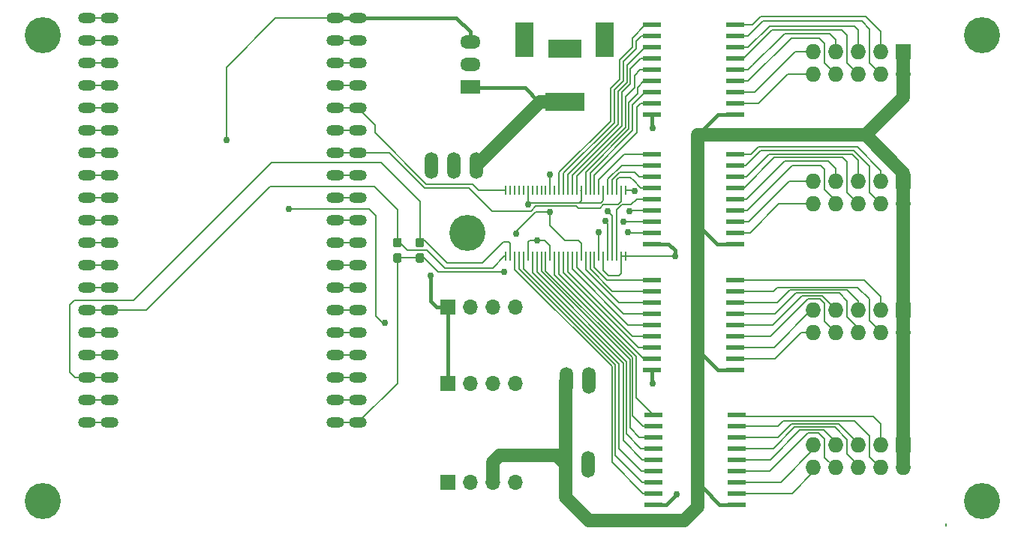
<source format=gtl>
G04 #@! TF.GenerationSoftware,KiCad,Pcbnew,(5.1.5)-3*
G04 #@! TF.CreationDate,2020-03-04T17:55:08-05:00*
G04 #@! TF.ProjectId,ufcs,75666373-2e6b-4696-9361-645f70636258,rev?*
G04 #@! TF.SameCoordinates,Original*
G04 #@! TF.FileFunction,Copper,L1,Top*
G04 #@! TF.FilePolarity,Positive*
%FSLAX46Y46*%
G04 Gerber Fmt 4.6, Leading zero omitted, Abs format (unit mm)*
G04 Created by KiCad (PCBNEW (5.1.5)-3) date 2020-03-04 17:55:08*
%MOMM*%
%LPD*%
G04 APERTURE LIST*
%ADD10R,4.400000X2.000000*%
%ADD11R,3.700000X2.000000*%
%ADD12R,2.000000X4.000000*%
%ADD13R,1.700000X1.700000*%
%ADD14O,1.700000X1.700000*%
%ADD15O,2.000000X1.200000*%
%ADD16O,1.510000X3.010000*%
%ADD17C,4.064000*%
%ADD18R,1.727200X1.727200*%
%ADD19O,1.727200X1.727200*%
%ADD20C,0.100000*%
%ADD21R,2.000000X0.600000*%
%ADD22R,0.285000X1.000000*%
%ADD23R,2.300000X1.500000*%
%ADD24O,2.300000X1.500000*%
%ADD25C,0.762000*%
%ADD26C,0.152400*%
%ADD27C,0.381000*%
%ADD28C,1.524000*%
G04 APERTURE END LIST*
D10*
X148971000Y-97630500D03*
D11*
X148971000Y-91630500D03*
D12*
X153471000Y-90630500D03*
X144471000Y-90630500D03*
D13*
X135763000Y-140652500D03*
D14*
X138303000Y-140652500D03*
X140843000Y-140652500D03*
X143383000Y-140652500D03*
X143383000Y-120840500D03*
X140843000Y-120840500D03*
X138303000Y-120840500D03*
D13*
X135763000Y-120840500D03*
D15*
X123063000Y-88201500D03*
X97613000Y-88201500D03*
X123063000Y-90741500D03*
X97613000Y-90741500D03*
X123063000Y-93281500D03*
X97613000Y-93281500D03*
X123063000Y-95821500D03*
X97613000Y-95821500D03*
X123063000Y-98361500D03*
X97613000Y-98361500D03*
X123063000Y-100901500D03*
X97613000Y-100901500D03*
X123063000Y-103441500D03*
X97613000Y-103441500D03*
X123063000Y-105981500D03*
X97613000Y-105981500D03*
X123063000Y-108521500D03*
X97613000Y-108521500D03*
X123063000Y-111061500D03*
X97613000Y-111061500D03*
X123063000Y-113601500D03*
X97613000Y-113601500D03*
X123063000Y-116141500D03*
X97613000Y-116141500D03*
X123063000Y-118681500D03*
X97613000Y-118681500D03*
X123063000Y-121221500D03*
X97613000Y-121221500D03*
X123063000Y-123761500D03*
X97613000Y-123761500D03*
X123063000Y-126301500D03*
X97613000Y-126301500D03*
X123063000Y-128841500D03*
X97613000Y-128841500D03*
X123063000Y-131381500D03*
X97613000Y-131381500D03*
X123063000Y-133921500D03*
X97613000Y-133921500D03*
X95073000Y-133921500D03*
X95073000Y-131381500D03*
X95073000Y-128841500D03*
X95073000Y-126301500D03*
X95073000Y-123761500D03*
X95073000Y-121221500D03*
X95073000Y-118681500D03*
X95073000Y-116141500D03*
X95073000Y-113601500D03*
X95073000Y-111061500D03*
X95073000Y-108521500D03*
X95073000Y-105981500D03*
X95073000Y-103441500D03*
X95073000Y-100901500D03*
X95073000Y-98361500D03*
X95073000Y-95821500D03*
X95073000Y-93281500D03*
X95073000Y-90741500D03*
X95073000Y-88201500D03*
X125653000Y-133921500D03*
X125653000Y-131381500D03*
X125653000Y-128841500D03*
X125653000Y-126301500D03*
X125653000Y-123761500D03*
X125653000Y-121221500D03*
X125653000Y-118681500D03*
X125653000Y-116141500D03*
X125653000Y-113601500D03*
X125653000Y-111061500D03*
X125653000Y-108521500D03*
X125653000Y-105981500D03*
X125653000Y-103441500D03*
X125653000Y-100901500D03*
X125653000Y-98361500D03*
X125653000Y-95821500D03*
X125653000Y-93281500D03*
X125653000Y-90741500D03*
X125653000Y-88201500D03*
D16*
X139001500Y-104838500D03*
X136461500Y-104838500D03*
X133921500Y-104838500D03*
D17*
X196088000Y-90106500D03*
X90043000Y-90106500D03*
X90043000Y-142811500D03*
X196088000Y-142811500D03*
X137998200Y-112509300D03*
D18*
X187198000Y-136461500D03*
D19*
X187198000Y-139001500D03*
X184658000Y-136461500D03*
X184658000Y-139001500D03*
X182118000Y-136461500D03*
X182118000Y-139001500D03*
X179578000Y-136461500D03*
X179578000Y-139001500D03*
X177038000Y-136461500D03*
X177038000Y-139001500D03*
D18*
X187198000Y-121221500D03*
D19*
X187198000Y-123761500D03*
X184658000Y-121221500D03*
X184658000Y-123761500D03*
X182118000Y-121221500D03*
X182118000Y-123761500D03*
X179578000Y-121221500D03*
X179578000Y-123761500D03*
X177038000Y-121221500D03*
X177038000Y-123761500D03*
D18*
X187198000Y-106616500D03*
D19*
X187198000Y-109156500D03*
X184658000Y-106616500D03*
X184658000Y-109156500D03*
X182118000Y-106616500D03*
X182118000Y-109156500D03*
X179578000Y-106616500D03*
X179578000Y-109156500D03*
X177038000Y-106616500D03*
X177038000Y-109156500D03*
D18*
X187198000Y-92011500D03*
D19*
X187198000Y-94551500D03*
X184658000Y-92011500D03*
X184658000Y-94551500D03*
X182118000Y-92011500D03*
X182118000Y-94551500D03*
X179578000Y-92011500D03*
X179578000Y-94551500D03*
X177038000Y-92011500D03*
X177038000Y-94551500D03*
D16*
X149123400Y-138620500D03*
X151663400Y-138620500D03*
X149174200Y-129171700D03*
X151714200Y-129171700D03*
D13*
X135763000Y-129476500D03*
D14*
X138303000Y-129476500D03*
X140843000Y-129476500D03*
X143383000Y-129476500D03*
G04 #@! TA.AperFunction,SMDPad,CuDef*
D20*
G36*
X130372279Y-114778144D02*
G01*
X130395334Y-114781563D01*
X130417943Y-114787227D01*
X130439887Y-114795079D01*
X130460957Y-114805044D01*
X130480948Y-114817026D01*
X130499668Y-114830910D01*
X130516938Y-114846562D01*
X130532590Y-114863832D01*
X130546474Y-114882552D01*
X130558456Y-114902543D01*
X130568421Y-114923613D01*
X130576273Y-114945557D01*
X130581937Y-114968166D01*
X130585356Y-114991221D01*
X130586500Y-115014500D01*
X130586500Y-115589500D01*
X130585356Y-115612779D01*
X130581937Y-115635834D01*
X130576273Y-115658443D01*
X130568421Y-115680387D01*
X130558456Y-115701457D01*
X130546474Y-115721448D01*
X130532590Y-115740168D01*
X130516938Y-115757438D01*
X130499668Y-115773090D01*
X130480948Y-115786974D01*
X130460957Y-115798956D01*
X130439887Y-115808921D01*
X130417943Y-115816773D01*
X130395334Y-115822437D01*
X130372279Y-115825856D01*
X130349000Y-115827000D01*
X129874000Y-115827000D01*
X129850721Y-115825856D01*
X129827666Y-115822437D01*
X129805057Y-115816773D01*
X129783113Y-115808921D01*
X129762043Y-115798956D01*
X129742052Y-115786974D01*
X129723332Y-115773090D01*
X129706062Y-115757438D01*
X129690410Y-115740168D01*
X129676526Y-115721448D01*
X129664544Y-115701457D01*
X129654579Y-115680387D01*
X129646727Y-115658443D01*
X129641063Y-115635834D01*
X129637644Y-115612779D01*
X129636500Y-115589500D01*
X129636500Y-115014500D01*
X129637644Y-114991221D01*
X129641063Y-114968166D01*
X129646727Y-114945557D01*
X129654579Y-114923613D01*
X129664544Y-114902543D01*
X129676526Y-114882552D01*
X129690410Y-114863832D01*
X129706062Y-114846562D01*
X129723332Y-114830910D01*
X129742052Y-114817026D01*
X129762043Y-114805044D01*
X129783113Y-114795079D01*
X129805057Y-114787227D01*
X129827666Y-114781563D01*
X129850721Y-114778144D01*
X129874000Y-114777000D01*
X130349000Y-114777000D01*
X130372279Y-114778144D01*
G37*
G04 #@! TD.AperFunction*
G04 #@! TA.AperFunction,SMDPad,CuDef*
G36*
X130372279Y-113028144D02*
G01*
X130395334Y-113031563D01*
X130417943Y-113037227D01*
X130439887Y-113045079D01*
X130460957Y-113055044D01*
X130480948Y-113067026D01*
X130499668Y-113080910D01*
X130516938Y-113096562D01*
X130532590Y-113113832D01*
X130546474Y-113132552D01*
X130558456Y-113152543D01*
X130568421Y-113173613D01*
X130576273Y-113195557D01*
X130581937Y-113218166D01*
X130585356Y-113241221D01*
X130586500Y-113264500D01*
X130586500Y-113839500D01*
X130585356Y-113862779D01*
X130581937Y-113885834D01*
X130576273Y-113908443D01*
X130568421Y-113930387D01*
X130558456Y-113951457D01*
X130546474Y-113971448D01*
X130532590Y-113990168D01*
X130516938Y-114007438D01*
X130499668Y-114023090D01*
X130480948Y-114036974D01*
X130460957Y-114048956D01*
X130439887Y-114058921D01*
X130417943Y-114066773D01*
X130395334Y-114072437D01*
X130372279Y-114075856D01*
X130349000Y-114077000D01*
X129874000Y-114077000D01*
X129850721Y-114075856D01*
X129827666Y-114072437D01*
X129805057Y-114066773D01*
X129783113Y-114058921D01*
X129762043Y-114048956D01*
X129742052Y-114036974D01*
X129723332Y-114023090D01*
X129706062Y-114007438D01*
X129690410Y-113990168D01*
X129676526Y-113971448D01*
X129664544Y-113951457D01*
X129654579Y-113930387D01*
X129646727Y-113908443D01*
X129641063Y-113885834D01*
X129637644Y-113862779D01*
X129636500Y-113839500D01*
X129636500Y-113264500D01*
X129637644Y-113241221D01*
X129641063Y-113218166D01*
X129646727Y-113195557D01*
X129654579Y-113173613D01*
X129664544Y-113152543D01*
X129676526Y-113132552D01*
X129690410Y-113113832D01*
X129706062Y-113096562D01*
X129723332Y-113080910D01*
X129742052Y-113067026D01*
X129762043Y-113055044D01*
X129783113Y-113045079D01*
X129805057Y-113037227D01*
X129827666Y-113031563D01*
X129850721Y-113028144D01*
X129874000Y-113027000D01*
X130349000Y-113027000D01*
X130372279Y-113028144D01*
G37*
G04 #@! TD.AperFunction*
G04 #@! TA.AperFunction,SMDPad,CuDef*
G36*
X132912279Y-113028144D02*
G01*
X132935334Y-113031563D01*
X132957943Y-113037227D01*
X132979887Y-113045079D01*
X133000957Y-113055044D01*
X133020948Y-113067026D01*
X133039668Y-113080910D01*
X133056938Y-113096562D01*
X133072590Y-113113832D01*
X133086474Y-113132552D01*
X133098456Y-113152543D01*
X133108421Y-113173613D01*
X133116273Y-113195557D01*
X133121937Y-113218166D01*
X133125356Y-113241221D01*
X133126500Y-113264500D01*
X133126500Y-113839500D01*
X133125356Y-113862779D01*
X133121937Y-113885834D01*
X133116273Y-113908443D01*
X133108421Y-113930387D01*
X133098456Y-113951457D01*
X133086474Y-113971448D01*
X133072590Y-113990168D01*
X133056938Y-114007438D01*
X133039668Y-114023090D01*
X133020948Y-114036974D01*
X133000957Y-114048956D01*
X132979887Y-114058921D01*
X132957943Y-114066773D01*
X132935334Y-114072437D01*
X132912279Y-114075856D01*
X132889000Y-114077000D01*
X132414000Y-114077000D01*
X132390721Y-114075856D01*
X132367666Y-114072437D01*
X132345057Y-114066773D01*
X132323113Y-114058921D01*
X132302043Y-114048956D01*
X132282052Y-114036974D01*
X132263332Y-114023090D01*
X132246062Y-114007438D01*
X132230410Y-113990168D01*
X132216526Y-113971448D01*
X132204544Y-113951457D01*
X132194579Y-113930387D01*
X132186727Y-113908443D01*
X132181063Y-113885834D01*
X132177644Y-113862779D01*
X132176500Y-113839500D01*
X132176500Y-113264500D01*
X132177644Y-113241221D01*
X132181063Y-113218166D01*
X132186727Y-113195557D01*
X132194579Y-113173613D01*
X132204544Y-113152543D01*
X132216526Y-113132552D01*
X132230410Y-113113832D01*
X132246062Y-113096562D01*
X132263332Y-113080910D01*
X132282052Y-113067026D01*
X132302043Y-113055044D01*
X132323113Y-113045079D01*
X132345057Y-113037227D01*
X132367666Y-113031563D01*
X132390721Y-113028144D01*
X132414000Y-113027000D01*
X132889000Y-113027000D01*
X132912279Y-113028144D01*
G37*
G04 #@! TD.AperFunction*
G04 #@! TA.AperFunction,SMDPad,CuDef*
G36*
X132912279Y-114778144D02*
G01*
X132935334Y-114781563D01*
X132957943Y-114787227D01*
X132979887Y-114795079D01*
X133000957Y-114805044D01*
X133020948Y-114817026D01*
X133039668Y-114830910D01*
X133056938Y-114846562D01*
X133072590Y-114863832D01*
X133086474Y-114882552D01*
X133098456Y-114902543D01*
X133108421Y-114923613D01*
X133116273Y-114945557D01*
X133121937Y-114968166D01*
X133125356Y-114991221D01*
X133126500Y-115014500D01*
X133126500Y-115589500D01*
X133125356Y-115612779D01*
X133121937Y-115635834D01*
X133116273Y-115658443D01*
X133108421Y-115680387D01*
X133098456Y-115701457D01*
X133086474Y-115721448D01*
X133072590Y-115740168D01*
X133056938Y-115757438D01*
X133039668Y-115773090D01*
X133020948Y-115786974D01*
X133000957Y-115798956D01*
X132979887Y-115808921D01*
X132957943Y-115816773D01*
X132935334Y-115822437D01*
X132912279Y-115825856D01*
X132889000Y-115827000D01*
X132414000Y-115827000D01*
X132390721Y-115825856D01*
X132367666Y-115822437D01*
X132345057Y-115816773D01*
X132323113Y-115808921D01*
X132302043Y-115798956D01*
X132282052Y-115786974D01*
X132263332Y-115773090D01*
X132246062Y-115757438D01*
X132230410Y-115740168D01*
X132216526Y-115721448D01*
X132204544Y-115701457D01*
X132194579Y-115680387D01*
X132186727Y-115658443D01*
X132181063Y-115635834D01*
X132177644Y-115612779D01*
X132176500Y-115589500D01*
X132176500Y-115014500D01*
X132177644Y-114991221D01*
X132181063Y-114968166D01*
X132186727Y-114945557D01*
X132194579Y-114923613D01*
X132204544Y-114902543D01*
X132216526Y-114882552D01*
X132230410Y-114863832D01*
X132246062Y-114846562D01*
X132263332Y-114830910D01*
X132282052Y-114817026D01*
X132302043Y-114805044D01*
X132323113Y-114795079D01*
X132345057Y-114787227D01*
X132367666Y-114781563D01*
X132390721Y-114778144D01*
X132414000Y-114777000D01*
X132889000Y-114777000D01*
X132912279Y-114778144D01*
G37*
G04 #@! TD.AperFunction*
D21*
X158977600Y-133007100D03*
X158977600Y-134277100D03*
X158977600Y-135547100D03*
X158977600Y-136817100D03*
X158977600Y-138087100D03*
X158977600Y-139357100D03*
X158977600Y-140627100D03*
X158977600Y-141897100D03*
X158977600Y-143167100D03*
X168377600Y-143167100D03*
X168377600Y-141897100D03*
X168377600Y-140627100D03*
X168377600Y-139357100D03*
X168377600Y-138087100D03*
X168377600Y-136817100D03*
X168377600Y-135547100D03*
X168377600Y-134277100D03*
X168377600Y-133007100D03*
X168225200Y-103543100D03*
X168225200Y-104813100D03*
X168225200Y-106083100D03*
X168225200Y-107353100D03*
X168225200Y-108623100D03*
X168225200Y-109893100D03*
X168225200Y-111163100D03*
X168225200Y-112433100D03*
X168225200Y-113703100D03*
X158825200Y-113703100D03*
X158825200Y-112433100D03*
X158825200Y-111163100D03*
X158825200Y-109893100D03*
X158825200Y-108623100D03*
X158825200Y-107353100D03*
X158825200Y-106083100D03*
X158825200Y-104813100D03*
X158825200Y-103543100D03*
X168250600Y-88963500D03*
X168250600Y-90233500D03*
X168250600Y-91503500D03*
X168250600Y-92773500D03*
X168250600Y-94043500D03*
X168250600Y-95313500D03*
X168250600Y-96583500D03*
X168250600Y-97853500D03*
X168250600Y-99123500D03*
X158850600Y-99123500D03*
X158850600Y-97853500D03*
X158850600Y-96583500D03*
X158850600Y-95313500D03*
X158850600Y-94043500D03*
X158850600Y-92773500D03*
X158850600Y-91503500D03*
X158850600Y-90233500D03*
X158850600Y-88963500D03*
X158850600Y-117792500D03*
X158850600Y-119062500D03*
X158850600Y-120332500D03*
X158850600Y-121602500D03*
X158850600Y-122872500D03*
X158850600Y-124142500D03*
X158850600Y-125412500D03*
X158850600Y-126682500D03*
X158850600Y-127952500D03*
X168250600Y-127952500D03*
X168250600Y-126682500D03*
X168250600Y-125412500D03*
X168250600Y-124142500D03*
X168250600Y-122872500D03*
X168250600Y-121602500D03*
X168250600Y-120332500D03*
X168250600Y-119062500D03*
X168250600Y-117792500D03*
D22*
X142348000Y-115129000D03*
X142848000Y-115129000D03*
X143348000Y-115129000D03*
X143848000Y-115129000D03*
X144348000Y-115129000D03*
X144848000Y-115129000D03*
X145348000Y-115129000D03*
X145848000Y-115129000D03*
X146348000Y-115129000D03*
X146848000Y-115129000D03*
X147348000Y-115129000D03*
X147848000Y-115129000D03*
X148348000Y-115129000D03*
X148848000Y-115129000D03*
X149348000Y-115129000D03*
X149848000Y-115129000D03*
X150348000Y-115129000D03*
X150848000Y-115129000D03*
X151348000Y-115129000D03*
X151848000Y-115129000D03*
X152348000Y-115129000D03*
X152848000Y-115129000D03*
X153348000Y-115129000D03*
X153848000Y-115129000D03*
X154348000Y-115129000D03*
X154848000Y-115129000D03*
X155348000Y-115129000D03*
X155848000Y-115129000D03*
X155848000Y-107629000D03*
X155348000Y-107629000D03*
X154848000Y-107629000D03*
X154348000Y-107629000D03*
X153848000Y-107629000D03*
X153348000Y-107629000D03*
X152848000Y-107629000D03*
X152348000Y-107629000D03*
X151848000Y-107629000D03*
X151348000Y-107629000D03*
X150848000Y-107629000D03*
X150348000Y-107629000D03*
X149848000Y-107629000D03*
X149348000Y-107629000D03*
X148848000Y-107629000D03*
X148348000Y-107629000D03*
X147848000Y-107629000D03*
X147348000Y-107629000D03*
X146848000Y-107629000D03*
X146348000Y-107629000D03*
X145848000Y-107629000D03*
X145348000Y-107629000D03*
X144848000Y-107629000D03*
X144348000Y-107629000D03*
X143848000Y-107629000D03*
X143348000Y-107629000D03*
X142848000Y-107629000D03*
X142348000Y-107629000D03*
D23*
X138303000Y-95948500D03*
D24*
X138303000Y-93408500D03*
X138303000Y-90868500D03*
D25*
X145859500Y-113284000D03*
X144843500Y-109283500D03*
X156908500Y-107759500D03*
X161417000Y-115062000D03*
X161607500Y-141986000D03*
X158877000Y-129476500D03*
X158877000Y-100647500D03*
X110807500Y-101981000D03*
X147320000Y-105854500D03*
X147320000Y-110109000D03*
X143510000Y-112585500D03*
X142113000Y-116903500D03*
X164084000Y-101536500D03*
X133858000Y-117284500D03*
X117856000Y-109791500D03*
X128651000Y-122618500D03*
X153797000Y-109982000D03*
X156273500Y-109982000D03*
X153543000Y-111125000D03*
X155638500Y-111188500D03*
X152844500Y-112395000D03*
X156146500Y-112395000D03*
D26*
X192024000Y-145605500D02*
X192024000Y-145351500D01*
X153348000Y-115129000D02*
X153348000Y-116708500D01*
X155348000Y-117003500D02*
X155348000Y-115129000D01*
X155067000Y-117284500D02*
X155348000Y-117003500D01*
X153924000Y-117284500D02*
X155067000Y-117284500D01*
X153348000Y-116708500D02*
X153924000Y-117284500D01*
X150848000Y-107629000D02*
X150848000Y-108867000D01*
X150848000Y-108867000D02*
X150622000Y-109093000D01*
X145859500Y-113284000D02*
X145034000Y-113284000D01*
X147348000Y-113883500D02*
X146748500Y-113284000D01*
X146748500Y-113284000D02*
X145859500Y-113284000D01*
X147348000Y-115129000D02*
X147348000Y-113883500D01*
X144848000Y-113470000D02*
X144848000Y-115129000D01*
X145034000Y-113284000D02*
X144848000Y-113470000D01*
X152844500Y-109093000D02*
X153035000Y-109093000D01*
X153225500Y-108902500D02*
X153348000Y-108780000D01*
X153348000Y-108780000D02*
X153348000Y-107629000D01*
X150622000Y-109093000D02*
X152844500Y-109093000D01*
X153035000Y-109093000D02*
X153225500Y-108902500D01*
X150304500Y-109093000D02*
X150622000Y-109093000D01*
X150304500Y-109093000D02*
X145034000Y-109093000D01*
X153348000Y-107629000D02*
X153348000Y-108526000D01*
X144848000Y-109279000D02*
X144843500Y-109283500D01*
X145034000Y-109283500D02*
X144843500Y-109474000D01*
X144848000Y-109279000D02*
X144848000Y-107629000D01*
X150812500Y-107664500D02*
X150848000Y-107629000D01*
X155848000Y-107629000D02*
X156778000Y-107629000D01*
X156778000Y-107629000D02*
X156908500Y-107759500D01*
X147348000Y-115129000D02*
X147348000Y-114201000D01*
X144848000Y-114295500D02*
X144848000Y-115129000D01*
D27*
X158825200Y-113703100D02*
X160693100Y-113703100D01*
X161417000Y-114427000D02*
X161417000Y-115062000D01*
X160693100Y-113703100D02*
X161417000Y-114427000D01*
D26*
X156146500Y-115062000D02*
X161417000Y-115062000D01*
D27*
X158977600Y-143167100D02*
X160426400Y-143167100D01*
X160426400Y-143167100D02*
X161607500Y-141986000D01*
D26*
X123063000Y-100901500D02*
X125653000Y-100901500D01*
X153348000Y-115129000D02*
X153348000Y-115946500D01*
X155348000Y-116051000D02*
X155348000Y-115129000D01*
X156146500Y-115062000D02*
X155415000Y-115062000D01*
X155415000Y-115062000D02*
X155348000Y-115129000D01*
X155915000Y-115062000D02*
X156146500Y-115062000D01*
X155915000Y-115062000D02*
X155848000Y-115129000D01*
D27*
X158850600Y-127952500D02*
X158850600Y-129450100D01*
X158850600Y-129450100D02*
X158877000Y-129476500D01*
X158850600Y-99123500D02*
X158850600Y-100621100D01*
X158850600Y-100621100D02*
X158877000Y-100647500D01*
D26*
X97613000Y-118681500D02*
X95073000Y-118681500D01*
X97613000Y-133921500D02*
X95073000Y-133921500D01*
D27*
X125653000Y-88201500D02*
X123063000Y-88201500D01*
D26*
X110807500Y-101981000D02*
X110807500Y-93726000D01*
X116332000Y-88201500D02*
X123063000Y-88201500D01*
X110807500Y-93726000D02*
X116332000Y-88201500D01*
D27*
X136767000Y-88201500D02*
X138303000Y-89737500D01*
X125653000Y-88201500D02*
X136767000Y-88201500D01*
X138303000Y-89737500D02*
X138303000Y-90868500D01*
D26*
X123063000Y-95821500D02*
X125653000Y-95821500D01*
X123063000Y-105981500D02*
X125653000Y-105981500D01*
X123063000Y-108521500D02*
X125653000Y-108521500D01*
X125653000Y-128841500D02*
X123063000Y-128841500D01*
X125653000Y-126301500D02*
X123063000Y-126301500D01*
X123063000Y-131381500D02*
X125653000Y-131381500D01*
X149034500Y-113347500D02*
X150558500Y-113347500D01*
X150848000Y-113637000D02*
X150848000Y-115129000D01*
X150558500Y-113347500D02*
X150848000Y-113637000D01*
X147320000Y-111569500D02*
X147320000Y-111633000D01*
X147320000Y-111633000D02*
X147510500Y-111823500D01*
X147510500Y-111823500D02*
X149034500Y-113347500D01*
X147320000Y-110109000D02*
X147320000Y-111569500D01*
X147320000Y-110109000D02*
X145669000Y-110109000D01*
X147348000Y-105882500D02*
X147320000Y-105854500D01*
X147348000Y-107629000D02*
X147348000Y-105882500D01*
X145669000Y-110109000D02*
X143510000Y-112268000D01*
X143510000Y-112268000D02*
X143510000Y-112585500D01*
X125653000Y-133921500D02*
X123063000Y-133921500D01*
X130111500Y-115527000D02*
X130111500Y-129463000D01*
X130111500Y-129463000D02*
X125653000Y-133921500D01*
X125653000Y-133921500D02*
X126555500Y-133921500D01*
X130586500Y-115302000D02*
X132651500Y-115302000D01*
X130111500Y-115302000D02*
X130586500Y-115302000D01*
X133126500Y-115302000D02*
X134728000Y-116903500D01*
X132651500Y-115302000D02*
X133126500Y-115302000D01*
X134728000Y-116903500D02*
X142113000Y-116903500D01*
X95073000Y-90741500D02*
X97613000Y-90741500D01*
X97613000Y-95821500D02*
X95073000Y-95821500D01*
X97613000Y-98361500D02*
X95073000Y-98361500D01*
X142348000Y-107629000D02*
X139315500Y-107629000D01*
X127571500Y-100280000D02*
X125653000Y-98361500D01*
X127571500Y-101155500D02*
X127571500Y-100280000D01*
X133350000Y-106934000D02*
X127571500Y-101155500D01*
X138620500Y-106934000D02*
X133350000Y-106934000D01*
X139315500Y-107629000D02*
X138620500Y-106934000D01*
X125653000Y-98361500D02*
X123063000Y-98361500D01*
X153416000Y-109283500D02*
X153352500Y-109283500D01*
X153352500Y-109283500D02*
X152971500Y-109664500D01*
X152781000Y-109664500D02*
X152971500Y-109664500D01*
X129730500Y-103949500D02*
X129222500Y-103441500D01*
X129222500Y-103441500D02*
X125653000Y-103441500D01*
X133159500Y-107378500D02*
X131445000Y-105664000D01*
X138176000Y-107378500D02*
X133159500Y-107378500D01*
X140779500Y-109982000D02*
X138176000Y-107378500D01*
X145161000Y-109982000D02*
X140779500Y-109982000D01*
X131445000Y-105664000D02*
X129730500Y-103949500D01*
X152781000Y-109664500D02*
X150558500Y-109664500D01*
X145732500Y-109410500D02*
X150050500Y-109410500D01*
X150050500Y-109410500D02*
X150114000Y-109410500D01*
X145161000Y-109982000D02*
X145732500Y-109410500D01*
X150304500Y-109410500D02*
X150558500Y-109664500D01*
X150114000Y-109410500D02*
X150304500Y-109410500D01*
X155348000Y-107629000D02*
X155348000Y-108875500D01*
X155348000Y-108875500D02*
X155003500Y-109220000D01*
X154686000Y-109283500D02*
X154940000Y-109283500D01*
X154686000Y-109283500D02*
X153416000Y-109283500D01*
X154940000Y-109283500D02*
X155003500Y-109220000D01*
X155321000Y-107656000D02*
X155348000Y-107629000D01*
X125653000Y-103441500D02*
X123063000Y-103441500D01*
X95073000Y-111061500D02*
X97613000Y-111061500D01*
X95073000Y-113601500D02*
X97613000Y-113601500D01*
X95073000Y-116141500D02*
X97613000Y-116141500D01*
X95073000Y-123761500D02*
X97613000Y-123761500D01*
X97613000Y-126301500D02*
X95073000Y-126301500D01*
X95073000Y-131381500D02*
X97613000Y-131381500D01*
D28*
X164084000Y-101536500D02*
X163957000Y-101536500D01*
X163957000Y-101536500D02*
X163957000Y-101409500D01*
D27*
X146209500Y-97630500D02*
X146081000Y-97630500D01*
X144526000Y-96075500D02*
X138176000Y-96075500D01*
X146081000Y-97630500D02*
X144526000Y-96075500D01*
D28*
X146209500Y-97630500D02*
X144677500Y-99162500D01*
X148971000Y-97630500D02*
X146209500Y-97630500D01*
X187198000Y-136461500D02*
X187198000Y-139001500D01*
X187198000Y-123761500D02*
X187198000Y-136461500D01*
D27*
X163957000Y-123126500D02*
X164274500Y-123126500D01*
X164274500Y-123126500D02*
X163957000Y-123126500D01*
D28*
X149123400Y-138620500D02*
X149123400Y-129222500D01*
X149123400Y-129222500D02*
X149174200Y-129171700D01*
X163957000Y-141351000D02*
X163957000Y-143446500D01*
X149123400Y-142392400D02*
X149123400Y-138620500D01*
X151701500Y-144970500D02*
X149123400Y-142392400D01*
X162433000Y-144970500D02*
X151701500Y-144970500D01*
X163957000Y-143446500D02*
X162433000Y-144970500D01*
D27*
X163957000Y-141351000D02*
X164655500Y-141351000D01*
X166471600Y-143167100D02*
X168377600Y-143167100D01*
X164655500Y-141351000D02*
X166471600Y-143167100D01*
X163957000Y-126238000D02*
X164592000Y-126238000D01*
X166306500Y-127952500D02*
X168250600Y-127952500D01*
X164592000Y-126238000D02*
X166306500Y-127952500D01*
X163957000Y-111760000D02*
X164274500Y-111760000D01*
X166217600Y-113703100D02*
X168225200Y-113703100D01*
X164274500Y-111760000D02*
X166217600Y-113703100D01*
D28*
X163957000Y-101409500D02*
X163957000Y-111760000D01*
X163957000Y-111760000D02*
X163957000Y-123126500D01*
X163957000Y-123126500D02*
X163957000Y-124333000D01*
X163957000Y-124333000D02*
X163957000Y-126238000D01*
X163957000Y-126238000D02*
X163957000Y-141351000D01*
X187198000Y-121221500D02*
X187198000Y-123761500D01*
X187198000Y-109156500D02*
X187198000Y-121221500D01*
X187198000Y-106616500D02*
X187198000Y-109156500D01*
X182943500Y-101409500D02*
X187198000Y-105664000D01*
X187198000Y-105664000D02*
X187198000Y-106616500D01*
X187198000Y-94551500D02*
X187198000Y-92011500D01*
X163957000Y-101409500D02*
X182943500Y-101409500D01*
X187198000Y-97155000D02*
X187198000Y-94551500D01*
X182943500Y-101409500D02*
X187198000Y-97155000D01*
D27*
X168250600Y-99123500D02*
X166243000Y-99123500D01*
X166243000Y-99123500D02*
X163957000Y-101409500D01*
D28*
X144677500Y-99162500D02*
X139001500Y-104838500D01*
X148107400Y-137604500D02*
X149123400Y-138620500D01*
X141605000Y-137604500D02*
X148107400Y-137604500D01*
X140843000Y-140652500D02*
X140843000Y-138366500D01*
X140843000Y-138366500D02*
X141605000Y-137604500D01*
D27*
X135763000Y-122071500D02*
X135763000Y-129476500D01*
X135763000Y-120840500D02*
X135763000Y-122071500D01*
X134532000Y-120840500D02*
X135763000Y-120840500D01*
X133858000Y-120166500D02*
X134532000Y-120840500D01*
X133858000Y-117284500D02*
X133858000Y-120166500D01*
D26*
X184658000Y-136461500D02*
X184658000Y-134048500D01*
X183832500Y-133223000D02*
X168593500Y-133223000D01*
X184658000Y-134048500D02*
X183832500Y-133223000D01*
X168593500Y-133223000D02*
X168377600Y-133007100D01*
X184658000Y-139001500D02*
X184594500Y-139001500D01*
X184594500Y-139001500D02*
X183388000Y-137795000D01*
X183388000Y-137795000D02*
X183388000Y-135445500D01*
X183388000Y-135445500D02*
X181673500Y-133731000D01*
X181673500Y-133731000D02*
X173609000Y-133731000D01*
X173609000Y-133731000D02*
X173062900Y-134277100D01*
X173062900Y-134277100D02*
X168377600Y-134277100D01*
X182118000Y-136461500D02*
X182118000Y-136271000D01*
X182118000Y-136271000D02*
X179895500Y-134048500D01*
X179895500Y-134048500D02*
X174561500Y-134048500D01*
X174561500Y-134048500D02*
X173062900Y-135547100D01*
X173062900Y-135547100D02*
X168377600Y-135547100D01*
X182118000Y-139001500D02*
X182118000Y-138684000D01*
X182118000Y-138684000D02*
X180848000Y-137414000D01*
X180848000Y-137414000D02*
X180848000Y-135826500D01*
X180848000Y-135826500D02*
X179451000Y-134429500D01*
X179451000Y-134429500D02*
X174942500Y-134429500D01*
X174942500Y-134429500D02*
X172554900Y-136817100D01*
X172554900Y-136817100D02*
X168377600Y-136817100D01*
X179578000Y-136461500D02*
X179578000Y-136080500D01*
X179578000Y-136080500D02*
X178244500Y-134747000D01*
X178244500Y-134747000D02*
X175514000Y-134747000D01*
X175514000Y-134747000D02*
X172173900Y-138087100D01*
X172173900Y-138087100D02*
X168377600Y-138087100D01*
X179578000Y-139001500D02*
X179451000Y-139001500D01*
X179451000Y-139001500D02*
X178308000Y-137858500D01*
X178308000Y-137858500D02*
X178308000Y-135763000D01*
X178308000Y-135763000D02*
X177609500Y-135064500D01*
X177609500Y-135064500D02*
X176403000Y-135064500D01*
X176403000Y-135064500D02*
X172110400Y-139357100D01*
X172110400Y-139357100D02*
X168377600Y-139357100D01*
X177038000Y-136461500D02*
X177038000Y-136969500D01*
X177038000Y-136969500D02*
X173380400Y-140627100D01*
X173380400Y-140627100D02*
X168377600Y-140627100D01*
X177038000Y-139001500D02*
X177038000Y-139509500D01*
X177038000Y-139509500D02*
X174650400Y-141897100D01*
X174650400Y-141897100D02*
X168377600Y-141897100D01*
X168250600Y-117792500D02*
X182753000Y-117792500D01*
X182753000Y-117792500D02*
X184658000Y-119697500D01*
X184658000Y-119697500D02*
X184658000Y-121221500D01*
X184658000Y-123761500D02*
X184658000Y-123634500D01*
X184658000Y-123634500D02*
X183388000Y-122364500D01*
X183388000Y-122364500D02*
X183388000Y-119951500D01*
X183388000Y-119951500D02*
X182054500Y-118618000D01*
X182054500Y-118618000D02*
X172974000Y-118618000D01*
X172974000Y-118618000D02*
X172529500Y-119062500D01*
X172529500Y-119062500D02*
X168250600Y-119062500D01*
X168250600Y-120332500D02*
X172974000Y-120332500D01*
X172974000Y-120332500D02*
X174371000Y-118935500D01*
X174371000Y-118935500D02*
X180848000Y-118935500D01*
X180848000Y-118935500D02*
X182118000Y-120205500D01*
X182118000Y-120205500D02*
X182118000Y-121221500D01*
X182118000Y-123761500D02*
X182118000Y-123253500D01*
X182118000Y-123253500D02*
X180848000Y-121983500D01*
X180848000Y-121983500D02*
X180848000Y-120142000D01*
X180848000Y-120142000D02*
X179959000Y-119253000D01*
X179959000Y-119253000D02*
X175069500Y-119253000D01*
X175069500Y-119253000D02*
X172720000Y-121602500D01*
X172720000Y-121602500D02*
X168250600Y-121602500D01*
X179578000Y-121221500D02*
X179578000Y-121094500D01*
X179578000Y-121094500D02*
X178054000Y-119570500D01*
X178054000Y-119570500D02*
X175768000Y-119570500D01*
X175768000Y-119570500D02*
X172466000Y-122872500D01*
X172466000Y-122872500D02*
X168250600Y-122872500D01*
X168250600Y-124142500D02*
X172212000Y-124142500D01*
X172212000Y-124142500D02*
X176466500Y-119888000D01*
X176466500Y-119888000D02*
X177800000Y-119888000D01*
X177800000Y-119888000D02*
X178308000Y-120396000D01*
X178308000Y-120396000D02*
X178308000Y-122491500D01*
X178308000Y-122491500D02*
X179578000Y-123761500D01*
X177038000Y-121221500D02*
X176784000Y-121221500D01*
X176784000Y-121221500D02*
X172593000Y-125412500D01*
X172593000Y-125412500D02*
X168250600Y-125412500D01*
X177038000Y-123761500D02*
X175641000Y-123761500D01*
X175641000Y-123761500D02*
X172720000Y-126682500D01*
X172720000Y-126682500D02*
X168250600Y-126682500D01*
X184658000Y-106616500D02*
X184658000Y-105410000D01*
X170014900Y-103543100D02*
X168225200Y-103543100D01*
X170815000Y-102743000D02*
X170014900Y-103543100D01*
X181991000Y-102743000D02*
X170815000Y-102743000D01*
X184658000Y-105410000D02*
X181991000Y-102743000D01*
X168225200Y-104813100D02*
X169443400Y-104813100D01*
X183388000Y-107886500D02*
X184658000Y-109156500D01*
X183388000Y-104902000D02*
X183388000Y-107886500D01*
X181610000Y-103124000D02*
X183388000Y-104902000D01*
X171132500Y-103124000D02*
X181610000Y-103124000D01*
X169443400Y-104813100D02*
X171132500Y-103124000D01*
X182118000Y-106616500D02*
X182118000Y-104267000D01*
X169506900Y-106083100D02*
X168225200Y-106083100D01*
X172021500Y-103568500D02*
X169506900Y-106083100D01*
X181419500Y-103568500D02*
X172021500Y-103568500D01*
X182118000Y-104267000D02*
X181419500Y-103568500D01*
X168225200Y-107353100D02*
X169252900Y-107353100D01*
X180848000Y-107886500D02*
X182118000Y-109156500D01*
X180848000Y-104457500D02*
X180848000Y-107886500D01*
X180340000Y-103949500D02*
X180848000Y-104457500D01*
X172656500Y-103949500D02*
X180340000Y-103949500D01*
X169252900Y-107353100D02*
X172656500Y-103949500D01*
X179578000Y-106616500D02*
X179578000Y-105219500D01*
X169506900Y-108623100D02*
X168225200Y-108623100D01*
X173799500Y-104330500D02*
X169506900Y-108623100D01*
X178689000Y-104330500D02*
X173799500Y-104330500D01*
X179578000Y-105219500D02*
X178689000Y-104330500D01*
X179578000Y-109156500D02*
X179578000Y-108839000D01*
X179578000Y-108839000D02*
X178308000Y-107569000D01*
X178308000Y-107569000D02*
X178308000Y-105283000D01*
X178308000Y-105283000D02*
X177863500Y-104838500D01*
X177863500Y-104838500D02*
X174625000Y-104838500D01*
X174625000Y-104838500D02*
X169570400Y-109893100D01*
X169570400Y-109893100D02*
X168225200Y-109893100D01*
X177038000Y-106616500D02*
X174307500Y-106616500D01*
X169760900Y-111163100D02*
X168225200Y-111163100D01*
X174307500Y-106616500D02*
X169760900Y-111163100D01*
X177038000Y-109156500D02*
X173164500Y-109156500D01*
X169887900Y-112433100D02*
X168225200Y-112433100D01*
X173164500Y-109156500D02*
X169887900Y-112433100D01*
X168250600Y-88963500D02*
X170180000Y-88963500D01*
X184658000Y-89725500D02*
X184658000Y-92011500D01*
X182943500Y-88011000D02*
X184658000Y-89725500D01*
X171132500Y-88011000D02*
X182943500Y-88011000D01*
X170180000Y-88963500D02*
X171132500Y-88011000D01*
X168250600Y-90233500D02*
X169672000Y-90233500D01*
X183388000Y-93281500D02*
X184658000Y-94551500D01*
X183388000Y-89408000D02*
X183388000Y-93281500D01*
X182499000Y-88519000D02*
X183388000Y-89408000D01*
X171386500Y-88519000D02*
X182499000Y-88519000D01*
X169672000Y-90233500D02*
X171386500Y-88519000D01*
X182118000Y-92011500D02*
X182118000Y-89535000D01*
X169672000Y-91503500D02*
X168250600Y-91503500D01*
X172085000Y-89090500D02*
X169672000Y-91503500D01*
X181673500Y-89090500D02*
X172085000Y-89090500D01*
X182118000Y-89535000D02*
X181673500Y-89090500D01*
X168250600Y-92773500D02*
X169164000Y-92773500D01*
X169164000Y-92773500D02*
X172402500Y-89535000D01*
X172402500Y-89535000D02*
X180276500Y-89535000D01*
X180276500Y-89535000D02*
X180848000Y-90106500D01*
X180848000Y-90106500D02*
X180848000Y-93281500D01*
X180848000Y-93281500D02*
X182118000Y-94551500D01*
X182118000Y-94551500D02*
X181927500Y-94551500D01*
X170180000Y-93535500D02*
X173355000Y-90360500D01*
X173355000Y-90360500D02*
X173799500Y-89916000D01*
X179578000Y-92011500D02*
X179578000Y-90614500D01*
X178879500Y-89916000D02*
X173799500Y-89916000D01*
X179578000Y-90614500D02*
X178879500Y-89916000D01*
X169672000Y-94043500D02*
X168250600Y-94043500D01*
X170180000Y-93535500D02*
X169672000Y-94043500D01*
X179578000Y-94551500D02*
X179578000Y-94488000D01*
X179578000Y-94488000D02*
X178308000Y-93218000D01*
X178308000Y-93218000D02*
X178308000Y-91059000D01*
X178308000Y-91059000D02*
X177673000Y-90424000D01*
X177673000Y-90424000D02*
X174561500Y-90424000D01*
X174561500Y-90424000D02*
X169672000Y-95313500D01*
X169672000Y-95313500D02*
X168250600Y-95313500D01*
X177038000Y-92011500D02*
X175006000Y-92011500D01*
X170434000Y-96583500D02*
X168250600Y-96583500D01*
X175006000Y-92011500D02*
X170434000Y-96583500D01*
X177038000Y-94551500D02*
X174117000Y-94551500D01*
X170815000Y-97853500D02*
X168250600Y-97853500D01*
X174117000Y-94551500D02*
X170815000Y-97853500D01*
X127635000Y-110490000D02*
X126936500Y-109791500D01*
X126936500Y-109791500D02*
X117856000Y-109791500D01*
X127635000Y-121094500D02*
X127635000Y-121856500D01*
X127635000Y-121094500D02*
X127635000Y-110490000D01*
X127635000Y-121856500D02*
X128397000Y-122618500D01*
X128397000Y-122618500D02*
X128651000Y-122618500D01*
X147848000Y-115129000D02*
X147848000Y-117241000D01*
X157035500Y-131065000D02*
X158977600Y-133007100D01*
X157035500Y-126428500D02*
X157035500Y-131065000D01*
X147848000Y-117241000D02*
X157035500Y-126428500D01*
X146848000Y-115129000D02*
X146848000Y-116749000D01*
X157835600Y-134277100D02*
X158977600Y-134277100D01*
X156654500Y-133096000D02*
X157835600Y-134277100D01*
X156654500Y-126555500D02*
X156654500Y-133096000D01*
X146848000Y-116749000D02*
X156654500Y-126555500D01*
X146348000Y-115129000D02*
X146348000Y-116820500D01*
X157391100Y-135547100D02*
X158977600Y-135547100D01*
X156337000Y-134493000D02*
X157391100Y-135547100D01*
X156337000Y-126809500D02*
X156337000Y-134493000D01*
X146348000Y-116820500D02*
X156337000Y-126809500D01*
X155956000Y-134810500D02*
X155956000Y-135191500D01*
X157581600Y-136817100D02*
X158977600Y-136817100D01*
X155956000Y-135191500D02*
X157581600Y-136817100D01*
X145848000Y-115129000D02*
X145848000Y-116892000D01*
X155956000Y-127000000D02*
X155956000Y-134810500D01*
X145848000Y-116892000D02*
X155956000Y-127000000D01*
X155575000Y-135826500D02*
X155575000Y-135890000D01*
X155575000Y-135890000D02*
X157772100Y-138087100D01*
X157772100Y-138087100D02*
X158977600Y-138087100D01*
X155448000Y-127063500D02*
X155575000Y-127190500D01*
X155575000Y-127190500D02*
X155575000Y-135826500D01*
X155575000Y-135890000D02*
X155575000Y-135826500D01*
X145348000Y-116963500D02*
X145348000Y-115129000D01*
X155448000Y-127063500D02*
X145348000Y-116963500D01*
X155067000Y-127254000D02*
X155130500Y-127317500D01*
X155130500Y-136842500D02*
X157645100Y-139357100D01*
X155130500Y-127317500D02*
X155130500Y-136842500D01*
X144348000Y-115129000D02*
X144348000Y-116535000D01*
X157645100Y-139357100D02*
X158977600Y-139357100D01*
X144348000Y-116535000D02*
X155067000Y-127254000D01*
X154686000Y-137096500D02*
X154686000Y-137604500D01*
X157708600Y-140627100D02*
X158977600Y-140627100D01*
X154686000Y-137604500D02*
X157708600Y-140627100D01*
X143848000Y-115129000D02*
X143848000Y-116543000D01*
X154686000Y-127381000D02*
X154686000Y-137096500D01*
X143848000Y-116543000D02*
X154686000Y-127381000D01*
X158216600Y-140627100D02*
X158977600Y-140627100D01*
X154305000Y-137604500D02*
X154305000Y-138366500D01*
X154305000Y-138366500D02*
X157835600Y-141897100D01*
X143348000Y-115129000D02*
X143348000Y-116614500D01*
X157835600Y-141897100D02*
X158977600Y-141897100D01*
X154305000Y-127571500D02*
X154305000Y-137604500D01*
X143348000Y-116614500D02*
X154305000Y-127571500D01*
X152348000Y-115129000D02*
X152348000Y-116407000D01*
X153733500Y-117792500D02*
X153987500Y-117792500D01*
X152348000Y-116407000D02*
X153733500Y-117792500D01*
X158850600Y-117792500D02*
X153987500Y-117792500D01*
X151848000Y-115129000D02*
X151848000Y-116542000D01*
X154368500Y-119062500D02*
X158850600Y-119062500D01*
X151848000Y-116542000D02*
X154368500Y-119062500D01*
X151348000Y-115129000D02*
X151348000Y-116613500D01*
X155067000Y-120332500D02*
X158850600Y-120332500D01*
X151348000Y-116613500D02*
X155067000Y-120332500D01*
X150348000Y-115129000D02*
X150348000Y-116375500D01*
X155575000Y-121602500D02*
X158850600Y-121602500D01*
X150348000Y-116375500D02*
X155575000Y-121602500D01*
X150348000Y-115129000D02*
X150348000Y-115931000D01*
X149848000Y-115129000D02*
X149848000Y-116574000D01*
X156146500Y-122872500D02*
X158850600Y-122872500D01*
X149848000Y-116574000D02*
X156146500Y-122872500D01*
X149848000Y-115129000D02*
X149848000Y-116066000D01*
X149348000Y-116459000D02*
X149348000Y-116836000D01*
X156654500Y-124142500D02*
X158850600Y-124142500D01*
X149348000Y-116836000D02*
X156654500Y-124142500D01*
X149348000Y-116328000D02*
X149348000Y-116459000D01*
X149348000Y-116328000D02*
X149348000Y-115129000D01*
X148848000Y-116840000D02*
X148848000Y-116971000D01*
X157289500Y-125412500D02*
X158850600Y-125412500D01*
X148848000Y-116971000D02*
X157289500Y-125412500D01*
X148848000Y-116395500D02*
X148848000Y-116840000D01*
X148848000Y-116395500D02*
X148848000Y-115129000D01*
X148348000Y-116522500D02*
X148348000Y-117106000D01*
X148348000Y-117106000D02*
X157924500Y-126682500D01*
X157924500Y-126682500D02*
X158850600Y-126682500D01*
X158850600Y-126682500D02*
X158242000Y-126682500D01*
X148348000Y-116522500D02*
X148348000Y-115129000D01*
X152848000Y-107629000D02*
X152848000Y-106422500D01*
X155727400Y-103543100D02*
X158825200Y-103543100D01*
X152848000Y-106422500D02*
X155727400Y-103543100D01*
X152848000Y-107629000D02*
X152848000Y-106867000D01*
X152844500Y-107625500D02*
X152848000Y-107629000D01*
X153848000Y-106616500D02*
X153848000Y-106375000D01*
X155409900Y-104813100D02*
X158825200Y-104813100D01*
X153848000Y-106375000D02*
X155409900Y-104813100D01*
X153848000Y-106616500D02*
X153848000Y-107629000D01*
X158799800Y-104838500D02*
X158825200Y-104813100D01*
X154348000Y-107629000D02*
X154348000Y-106446500D01*
X155194000Y-105600500D02*
X155638500Y-105600500D01*
X154348000Y-106446500D02*
X155194000Y-105600500D01*
X156908500Y-105600500D02*
X157391100Y-106083100D01*
X155638500Y-105600500D02*
X156908500Y-105600500D01*
X158825200Y-106083100D02*
X157391100Y-106083100D01*
X154348000Y-106700500D02*
X154348000Y-107629000D01*
X156781500Y-106553000D02*
X156400500Y-106172000D01*
X154848000Y-106454500D02*
X154848000Y-107629000D01*
X155130500Y-106172000D02*
X154848000Y-106454500D01*
X156400500Y-106172000D02*
X155130500Y-106172000D01*
X154848000Y-107629000D02*
X154848000Y-106899000D01*
X157581600Y-107353100D02*
X158825200Y-107353100D01*
X156781500Y-106553000D02*
X157581600Y-107353100D01*
X155479750Y-109251750D02*
X156495750Y-109251750D01*
X157124400Y-108623100D02*
X158825200Y-108623100D01*
X156495750Y-109251750D02*
X157124400Y-108623100D01*
X154848000Y-109883500D02*
X154848000Y-115129000D01*
X155479750Y-109251750D02*
X154848000Y-109883500D01*
X158825200Y-109893100D02*
X156362400Y-109893100D01*
X154348000Y-110533000D02*
X154348000Y-115129000D01*
X153797000Y-109982000D02*
X154348000Y-110533000D01*
X156362400Y-109893100D02*
X156273500Y-109982000D01*
X158825200Y-111163100D02*
X155663900Y-111163100D01*
X153848000Y-111430000D02*
X153848000Y-115129000D01*
X153543000Y-111125000D02*
X153848000Y-111430000D01*
X155663900Y-111163100D02*
X155638500Y-111188500D01*
X158825200Y-112433100D02*
X156184600Y-112433100D01*
X152848000Y-112398500D02*
X152848000Y-115129000D01*
X152844500Y-112395000D02*
X152848000Y-112398500D01*
X156184600Y-112433100D02*
X156146500Y-112395000D01*
X148348000Y-107629000D02*
X148348000Y-105652000D01*
X148348000Y-105652000D02*
X154178000Y-99822000D01*
X158850600Y-88963500D02*
X158051500Y-88963500D01*
X158051500Y-88963500D02*
X156591000Y-90424000D01*
X156591000Y-90424000D02*
X156591000Y-91503500D01*
X156591000Y-91503500D02*
X155194000Y-92900500D01*
X155194000Y-92900500D02*
X155194000Y-95123000D01*
X155194000Y-95123000D02*
X154178000Y-96139000D01*
X154178000Y-96139000D02*
X154178000Y-99822000D01*
X158850600Y-88963500D02*
X158178500Y-88963500D01*
X148848000Y-107629000D02*
X148848000Y-105723500D01*
X148848000Y-105723500D02*
X154559000Y-100012500D01*
X157607000Y-90233500D02*
X158850600Y-90233500D01*
X157035500Y-90805000D02*
X157607000Y-90233500D01*
X157035500Y-91630500D02*
X157035500Y-90805000D01*
X155575000Y-93091000D02*
X157035500Y-91630500D01*
X155575000Y-95313500D02*
X155575000Y-93091000D01*
X154559000Y-96329500D02*
X155575000Y-95313500D01*
X154559000Y-100012500D02*
X154559000Y-96329500D01*
X149348000Y-107629000D02*
X149348000Y-105858500D01*
X149348000Y-105858500D02*
X155003500Y-100203000D01*
X149348000Y-107629000D02*
X149348000Y-106684000D01*
X156019500Y-93535500D02*
X158051500Y-91503500D01*
X155003500Y-100203000D02*
X155003500Y-96456500D01*
X155003500Y-96456500D02*
X156019500Y-95440500D01*
X156019500Y-95440500D02*
X156019500Y-93535500D01*
X158051500Y-91503500D02*
X158850600Y-91503500D01*
X149848000Y-107629000D02*
X149848000Y-105930000D01*
X149848000Y-105930000D02*
X155448000Y-100330000D01*
X149848000Y-107629000D02*
X149848000Y-106755500D01*
X157543500Y-92773500D02*
X158850600Y-92773500D01*
X156400500Y-93916500D02*
X157543500Y-92773500D01*
X156400500Y-95631000D02*
X156400500Y-93916500D01*
X155448000Y-96583500D02*
X156400500Y-95631000D01*
X155448000Y-100330000D02*
X155448000Y-96583500D01*
X150348000Y-107629000D02*
X150348000Y-106001500D01*
X150348000Y-106001500D02*
X155829000Y-100520500D01*
X150348000Y-107629000D02*
X150348000Y-106954000D01*
X157480000Y-94043500D02*
X158850600Y-94043500D01*
X156845000Y-94678500D02*
X157480000Y-94043500D01*
X156845000Y-96012000D02*
X156845000Y-94678500D01*
X155829000Y-97028000D02*
X156845000Y-96012000D01*
X155829000Y-100520500D02*
X155829000Y-97028000D01*
X151348000Y-107629000D02*
X151348000Y-105573000D01*
X151348000Y-105573000D02*
X156210000Y-100711000D01*
X151348000Y-107629000D02*
X151348000Y-106716000D01*
X157226000Y-96012000D02*
X157924500Y-95313500D01*
X156210000Y-100711000D02*
X156210000Y-97726500D01*
X156210000Y-97726500D02*
X157226000Y-96710500D01*
X157226000Y-96710500D02*
X157226000Y-96012000D01*
X157924500Y-95313500D02*
X158850600Y-95313500D01*
X151848000Y-107629000D02*
X151848000Y-105708000D01*
X151848000Y-105708000D02*
X156654500Y-100901500D01*
X156654500Y-97980500D02*
X158051500Y-96583500D01*
X156654500Y-100901500D02*
X156654500Y-97980500D01*
X151848000Y-107629000D02*
X151848000Y-106724000D01*
X158051500Y-96583500D02*
X158850600Y-96583500D01*
X152348000Y-107629000D02*
X152348000Y-105970000D01*
X157543500Y-97853500D02*
X158850600Y-97853500D01*
X157162500Y-98234500D02*
X157543500Y-97853500D01*
X157162500Y-101155500D02*
X157162500Y-98234500D01*
X152348000Y-105970000D02*
X157162500Y-101155500D01*
X152348000Y-107629000D02*
X152348000Y-106732000D01*
X123063000Y-113601500D02*
X125653000Y-113601500D01*
X125653000Y-111061500D02*
X123063000Y-111061500D01*
X97613000Y-105981500D02*
X95073000Y-105981500D01*
X97613000Y-108521500D02*
X95073000Y-108521500D01*
X123063000Y-90741500D02*
X125653000Y-90741500D01*
X126492000Y-93281500D02*
X125653000Y-93281500D01*
X125653000Y-93281500D02*
X123063000Y-93281500D01*
X97613000Y-88201500D02*
X95073000Y-88201500D01*
X97613000Y-93281500D02*
X95073000Y-93281500D01*
X97613000Y-100901500D02*
X95073000Y-100901500D01*
X95073000Y-103441500D02*
X97613000Y-103441500D01*
X125653000Y-121221500D02*
X123063000Y-121221500D01*
X103759000Y-119189500D02*
X101727000Y-121221500D01*
X127508000Y-107251500D02*
X115824000Y-107251500D01*
X115697000Y-107251500D02*
X103759000Y-119189500D01*
X115824000Y-107251500D02*
X115697000Y-107251500D01*
X130111500Y-109855000D02*
X127508000Y-107251500D01*
X130111500Y-113327000D02*
X130111500Y-109855000D01*
X101727000Y-121221500D02*
X97613000Y-121221500D01*
X142348000Y-115129000D02*
X142173000Y-115129000D01*
X131211500Y-114427000D02*
X130111500Y-113327000D01*
X133413500Y-114427000D02*
X131211500Y-114427000D01*
X135445500Y-116459000D02*
X133413500Y-114427000D01*
X140843000Y-116459000D02*
X135445500Y-116459000D01*
X142173000Y-115129000D02*
X140843000Y-116459000D01*
X97613000Y-121221500D02*
X95073000Y-121221500D01*
X125653000Y-123761500D02*
X123063000Y-123761500D01*
X142848000Y-114273000D02*
X142848000Y-115129000D01*
X97613000Y-128841500D02*
X95073000Y-128841500D01*
X142848000Y-113638000D02*
X142848000Y-115129000D01*
X100330000Y-120078500D02*
X115824000Y-104584500D01*
X93599000Y-120078500D02*
X100330000Y-120078500D01*
X95073000Y-128841500D02*
X93726000Y-128841500D01*
X93091000Y-120586500D02*
X93599000Y-120078500D01*
X93091000Y-128206500D02*
X93091000Y-120586500D01*
X132651500Y-113327000D02*
X133202500Y-113327000D01*
X93726000Y-128841500D02*
X93091000Y-128206500D01*
X132651500Y-108902500D02*
X132651500Y-113327000D01*
X115824000Y-104584500D02*
X115824000Y-104521000D01*
X115824000Y-104521000D02*
X128270000Y-104521000D01*
X128270000Y-104521000D02*
X132651500Y-108902500D01*
X133202500Y-113327000D02*
X135699500Y-115824000D01*
X135699500Y-115824000D02*
X139700000Y-115824000D01*
X139700000Y-115824000D02*
X142049500Y-113474500D01*
X142049500Y-113474500D02*
X142684500Y-113474500D01*
X142684500Y-113474500D02*
X142848000Y-113638000D01*
X125653000Y-116141500D02*
X123063000Y-116141500D01*
X123063000Y-118681500D02*
X122364500Y-118681500D01*
X123063000Y-118681500D02*
X125653000Y-118681500D01*
M02*

</source>
